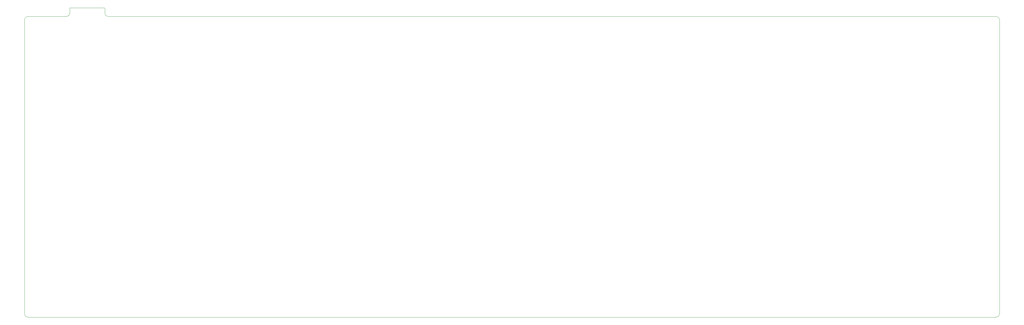
<source format=gbr>
G04 #@! TF.GenerationSoftware,KiCad,Pcbnew,(5.1.4)-1*
G04 #@! TF.CreationDate,2021-12-27T14:47:33+01:00*
G04 #@! TF.ProjectId,CrowMiniMk2,43726f77-4d69-46e6-994d-6b322e6b6963,rev?*
G04 #@! TF.SameCoordinates,Original*
G04 #@! TF.FileFunction,Profile,NP*
%FSLAX46Y46*%
G04 Gerber Fmt 4.6, Leading zero omitted, Abs format (unit mm)*
G04 Created by KiCad (PCBNEW (5.1.4)-1) date 2021-12-27 14:47:33*
%MOMM*%
%LPD*%
G04 APERTURE LIST*
%ADD10C,0.050000*%
G04 APERTURE END LIST*
D10*
X34290000Y-32512000D02*
X34290000Y-30988000D01*
X324104000Y-33528000D02*
X35306000Y-33528000D01*
X325374000Y-130302000D02*
X325374000Y-34798000D01*
X9398000Y-131572000D02*
X324104000Y-131572000D01*
X8128000Y-34798000D02*
X8128000Y-130302000D01*
X22860000Y-32512000D02*
X22860000Y-30988000D01*
X9398000Y-33528000D02*
X21844000Y-33528000D01*
X34036000Y-30734000D02*
X23114000Y-30734000D01*
X22860000Y-30988000D02*
G75*
G02X23114000Y-30734000I254000J0D01*
G01*
X34036000Y-30734000D02*
G75*
G02X34290000Y-30988000I0J-254000D01*
G01*
X35306000Y-33528000D02*
G75*
G02X34290000Y-32512000I0J1016000D01*
G01*
X22860000Y-32512000D02*
G75*
G02X21844000Y-33528000I-1016000J0D01*
G01*
X9398000Y-131572000D02*
G75*
G02X8128000Y-130302000I0J1270000D01*
G01*
X325374000Y-130302000D02*
G75*
G02X324104000Y-131572000I-1270000J0D01*
G01*
X324104000Y-33528000D02*
G75*
G02X325374000Y-34798000I0J-1270000D01*
G01*
X8128000Y-34798000D02*
G75*
G02X9398000Y-33528000I1270000J0D01*
G01*
M02*

</source>
